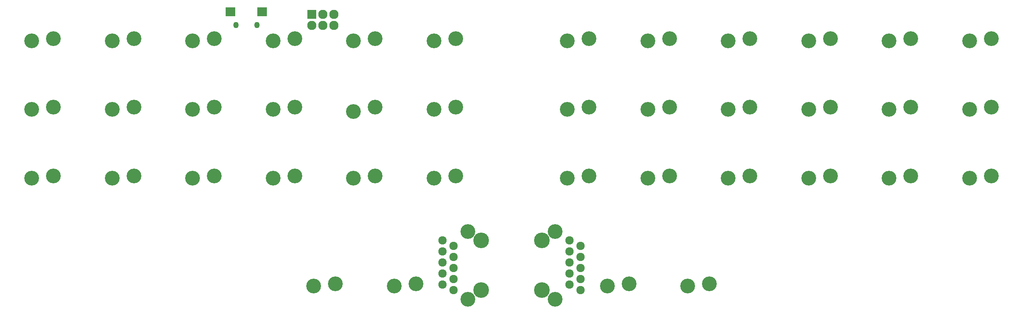
<source format=gts>
G04 #@! TF.FileFunction,Soldermask,Top*
%FSLAX46Y46*%
G04 Gerber Fmt 4.6, Leading zero omitted, Abs format (unit mm)*
G04 Created by KiCad (PCBNEW 4.0.5) date Sunday, April 09, 2017 'PMt' 03:59:06 PM*
%MOMM*%
%LPD*%
G01*
G04 APERTURE LIST*
%ADD10C,0.100000*%
%ADD11O,3.400000X3.400000*%
%ADD12C,3.400000*%
%ADD13C,1.924000*%
%ADD14C,3.600000*%
%ADD15R,2.127200X2.127200*%
%ADD16O,2.127200X2.127200*%
%ADD17O,1.250000X1.450000*%
%ADD18R,2.300000X2.100000*%
G04 APERTURE END LIST*
D10*
D11*
X79250000Y-18700000D03*
D12*
X84250000Y-17700000D03*
D13*
X131490000Y-59765000D03*
D12*
X125650000Y-61825000D03*
D14*
X122600000Y-59765000D03*
D12*
X125650000Y-46275000D03*
D14*
X122600000Y-48335000D03*
D13*
X128950000Y-58495000D03*
X131490000Y-57225000D03*
X131490000Y-54685000D03*
X131490000Y-52145000D03*
X131490000Y-49605000D03*
X128950000Y-55955000D03*
X128950000Y-53415000D03*
X128950000Y-50875000D03*
X128950000Y-48335000D03*
D12*
X128450000Y-2400000D03*
X133450000Y-1900000D03*
X97750000Y-18200000D03*
X102750000Y-17700000D03*
X79250000Y-2400000D03*
X84250000Y-1900000D03*
D13*
X99710000Y-48335000D03*
D12*
X105550000Y-46275000D03*
D14*
X108600000Y-48335000D03*
D12*
X105550000Y-61825000D03*
D14*
X108600000Y-59765000D03*
D13*
X102250000Y-49605000D03*
X99710000Y-50875000D03*
X99710000Y-53415000D03*
X99710000Y-55955000D03*
X99710000Y-58495000D03*
X102250000Y-52145000D03*
X102250000Y-54685000D03*
X102250000Y-57225000D03*
X102250000Y-59765000D03*
D12*
X70083330Y-58800000D03*
X75083330Y-58300000D03*
X42250000Y-2400000D03*
X47250000Y-1900000D03*
X97750000Y-2400000D03*
X102750000Y-1900000D03*
D15*
X69640000Y3710000D03*
D16*
X69640000Y1170000D03*
X72180000Y3710000D03*
X72180000Y1170000D03*
X74720000Y3710000D03*
X74720000Y1170000D03*
D12*
X5250000Y-2400000D03*
X10250000Y-1900000D03*
X156116667Y-58800000D03*
X161116667Y-58300000D03*
X137616667Y-58800000D03*
X142616667Y-58300000D03*
X88583330Y-58800000D03*
X93583330Y-58300000D03*
X220950000Y-34000000D03*
X225950000Y-33500000D03*
X202450000Y-34000000D03*
X207450000Y-33500000D03*
X183950000Y-34000000D03*
X188950000Y-33500000D03*
X165450000Y-34000000D03*
X170450000Y-33500000D03*
X146950000Y-34000000D03*
X151950000Y-33500000D03*
X128450000Y-34000000D03*
X133450000Y-33500000D03*
X97750000Y-34000000D03*
X102750000Y-33500000D03*
X79250000Y-34000000D03*
X84250000Y-33500000D03*
X60750000Y-34000000D03*
X65750000Y-33500000D03*
X42250000Y-34000000D03*
X47250000Y-33500000D03*
X23750000Y-34000000D03*
X28750000Y-33500000D03*
X5250000Y-34000000D03*
X10250000Y-33500000D03*
X220950000Y-18200000D03*
X225950000Y-17700000D03*
X202450000Y-18200000D03*
X207450000Y-17700000D03*
X183950000Y-18200000D03*
X188950000Y-17700000D03*
X165450000Y-18200000D03*
X170450000Y-17700000D03*
X146950000Y-18200000D03*
X151950000Y-17700000D03*
X128450000Y-18200000D03*
X133450000Y-17700000D03*
X60750000Y-18200000D03*
X65750000Y-17700000D03*
X42250000Y-18200000D03*
X47250000Y-17700000D03*
X23750000Y-18200000D03*
X28750000Y-17700000D03*
X5250000Y-18200000D03*
X10250000Y-17700000D03*
X220950000Y-2400000D03*
X225950000Y-1900000D03*
X202450000Y-2400000D03*
X207450000Y-1900000D03*
X183950000Y-2400000D03*
X188950000Y-1900000D03*
X165450000Y-2400000D03*
X170450000Y-1900000D03*
X146950000Y-2400000D03*
X151950000Y-1900000D03*
X60750000Y-2400000D03*
X65750000Y-1900000D03*
X23750000Y-2400000D03*
X28750000Y-1900000D03*
D17*
X52185000Y1250000D03*
X57035000Y1250000D03*
D18*
X50960000Y4250000D03*
X58260000Y4250000D03*
M02*

</source>
